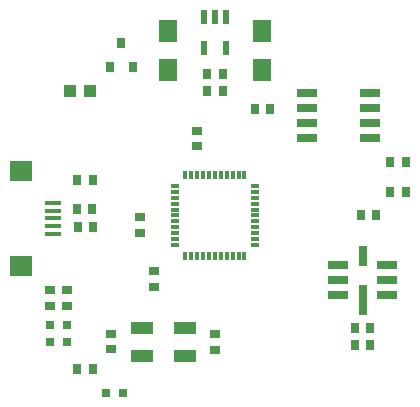
<source format=gtp>
G75*
G70*
%OFA0B0*%
%FSLAX24Y24*%
%IPPOS*%
%LPD*%
%AMOC8*
5,1,8,0,0,1.08239X$1,22.5*
%
%ADD10R,0.0315X0.0118*%
%ADD11R,0.0118X0.0315*%
%ADD12R,0.0748X0.0433*%
%ADD13R,0.0354X0.0276*%
%ADD14R,0.0551X0.0138*%
%ADD15R,0.0748X0.0709*%
%ADD16R,0.0276X0.0354*%
%ADD17R,0.0217X0.0472*%
%ADD18R,0.0630X0.0748*%
%ADD19R,0.0315X0.0354*%
%ADD20R,0.0433X0.0394*%
%ADD21R,0.0315X0.0315*%
%ADD22R,0.0709X0.0315*%
%ADD23R,0.0315X0.0984*%
%ADD24R,0.0315X0.0657*%
%ADD25R,0.0657X0.0315*%
D10*
X006489Y006843D03*
X006489Y007040D03*
X006489Y007237D03*
X006489Y007433D03*
X006489Y007630D03*
X006489Y007827D03*
X006489Y008024D03*
X006489Y008221D03*
X006489Y008418D03*
X006489Y008615D03*
X006489Y008811D03*
X009166Y008811D03*
X009166Y008615D03*
X009166Y008418D03*
X009166Y008221D03*
X009166Y008024D03*
X009166Y007827D03*
X009166Y007630D03*
X009166Y007433D03*
X009166Y007237D03*
X009166Y007040D03*
X009166Y006843D03*
D11*
X008811Y006489D03*
X008615Y006489D03*
X008418Y006489D03*
X008221Y006489D03*
X008024Y006489D03*
X007827Y006489D03*
X007630Y006489D03*
X007433Y006489D03*
X007237Y006489D03*
X007040Y006489D03*
X006843Y006489D03*
X006843Y009166D03*
X007040Y009166D03*
X007237Y009166D03*
X007433Y009166D03*
X007630Y009166D03*
X007827Y009166D03*
X008024Y009166D03*
X008221Y009166D03*
X008418Y009166D03*
X008615Y009166D03*
X008811Y009166D03*
D12*
X006844Y004059D03*
X006844Y003154D03*
X005388Y003154D03*
X005388Y004059D03*
D13*
X004378Y003881D03*
X004378Y003369D03*
X002906Y004815D03*
X002906Y005327D03*
X002315Y005327D03*
X002315Y004815D03*
X005327Y007255D03*
X005327Y007767D03*
X005796Y005965D03*
X005796Y005453D03*
X007813Y003863D03*
X007813Y003351D03*
X007237Y010130D03*
X007237Y010642D03*
D14*
X002412Y008241D03*
X002412Y007985D03*
X002412Y007729D03*
X002412Y007473D03*
X002412Y007217D03*
D15*
X001369Y006154D03*
X001369Y009304D03*
D16*
X003241Y002709D03*
X003752Y002709D03*
X003763Y007429D03*
X003252Y007429D03*
X003232Y008044D03*
X003744Y008044D03*
X003752Y009008D03*
X003241Y009008D03*
X007571Y011961D03*
X008083Y011961D03*
X008083Y012552D03*
X007571Y012552D03*
X009146Y011370D03*
X009658Y011370D03*
X012689Y007827D03*
X013201Y007827D03*
X013674Y008615D03*
X014185Y008615D03*
X014185Y009599D03*
X013674Y009599D03*
X013004Y004087D03*
X012493Y004087D03*
X012493Y003496D03*
X013004Y003496D03*
D17*
X008201Y013418D03*
X007453Y013418D03*
X007453Y014441D03*
X007827Y014441D03*
X008201Y014441D03*
D18*
X009402Y013989D03*
X009402Y012689D03*
X006252Y012689D03*
X006252Y013989D03*
D19*
X005083Y012764D03*
X004335Y012764D03*
X004709Y013591D03*
D20*
X003650Y011961D03*
X002981Y011961D03*
D21*
X002906Y004185D03*
X002906Y003595D03*
X002315Y003595D03*
X002315Y004185D03*
X004185Y001922D03*
X004776Y001922D03*
D22*
X010911Y010424D03*
X010911Y010924D03*
X010911Y011424D03*
X010911Y011924D03*
X013011Y011924D03*
X013011Y011424D03*
X013011Y010924D03*
X013011Y010424D03*
D23*
X012748Y005012D03*
D24*
X012748Y006475D03*
D25*
X011935Y006162D03*
X011935Y005662D03*
X011935Y005162D03*
X013561Y005162D03*
X013561Y005662D03*
X013561Y006162D03*
M02*

</source>
